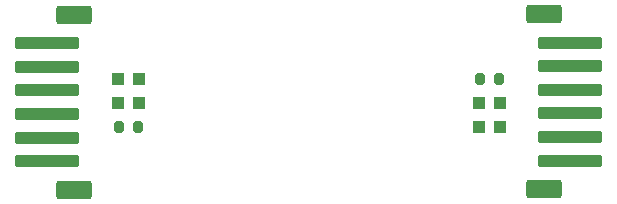
<source format=gtp>
%TF.GenerationSoftware,KiCad,Pcbnew,(6.0.0-0)*%
%TF.CreationDate,2022-03-27T14:29:03+08:00*%
%TF.ProjectId,driver,64726976-6572-42e6-9b69-6361645f7063,rev?*%
%TF.SameCoordinates,Original*%
%TF.FileFunction,Paste,Top*%
%TF.FilePolarity,Positive*%
%FSLAX46Y46*%
G04 Gerber Fmt 4.6, Leading zero omitted, Abs format (unit mm)*
G04 Created by KiCad (PCBNEW (6.0.0-0)) date 2022-03-27 14:29:03*
%MOMM*%
%LPD*%
G01*
G04 APERTURE LIST*
G04 Aperture macros list*
%AMRoundRect*
0 Rectangle with rounded corners*
0 $1 Rounding radius*
0 $2 $3 $4 $5 $6 $7 $8 $9 X,Y pos of 4 corners*
0 Add a 4 corners polygon primitive as box body*
4,1,4,$2,$3,$4,$5,$6,$7,$8,$9,$2,$3,0*
0 Add four circle primitives for the rounded corners*
1,1,$1+$1,$2,$3*
1,1,$1+$1,$4,$5*
1,1,$1+$1,$6,$7*
1,1,$1+$1,$8,$9*
0 Add four rect primitives between the rounded corners*
20,1,$1+$1,$2,$3,$4,$5,0*
20,1,$1+$1,$4,$5,$6,$7,0*
20,1,$1+$1,$6,$7,$8,$9,0*
20,1,$1+$1,$8,$9,$2,$3,0*%
G04 Aperture macros list end*
%ADD10R,0.998220X0.998220*%
%ADD11RoundRect,0.250000X2.500000X-0.250000X2.500000X0.250000X-2.500000X0.250000X-2.500000X-0.250000X0*%
%ADD12RoundRect,0.250000X1.250000X-0.550000X1.250000X0.550000X-1.250000X0.550000X-1.250000X-0.550000X0*%
%ADD13RoundRect,0.200000X0.200000X0.275000X-0.200000X0.275000X-0.200000X-0.275000X0.200000X-0.275000X0*%
%ADD14RoundRect,0.250000X-2.500000X0.250000X-2.500000X-0.250000X2.500000X-0.250000X2.500000X0.250000X0*%
%ADD15RoundRect,0.250000X-1.250000X0.550000X-1.250000X-0.550000X1.250000X-0.550000X1.250000X0.550000X0*%
G04 APERTURE END LIST*
D10*
%TO.C,M2D2*%
X154178000Y-104628200D03*
X152425400Y-104628200D03*
%TD*%
%TO.C,M2D1*%
X152425400Y-102596200D03*
X154178000Y-102596200D03*
%TD*%
%TO.C,M1D1*%
X182956700Y-106660200D03*
X184709300Y-106660200D03*
%TD*%
D11*
%TO.C,M1J1*%
X190700000Y-109495800D03*
X190700000Y-107495800D03*
X190700000Y-105495800D03*
X190700000Y-103495800D03*
X190700000Y-101495800D03*
X190700000Y-99495800D03*
D12*
X188450000Y-97095800D03*
X188450000Y-111895800D03*
%TD*%
D10*
%TO.C,M1D2*%
X184709300Y-104628200D03*
X182956700Y-104628200D03*
%TD*%
D13*
%TO.C,M1R0*%
X184658000Y-102596200D03*
X183008000Y-102596200D03*
%TD*%
%TO.C,M2R0*%
X154126700Y-106660200D03*
X152476700Y-106660200D03*
%TD*%
D14*
%TO.C,M2J1*%
X146396346Y-99557000D03*
X146396346Y-101557000D03*
X146396346Y-103557000D03*
X146396346Y-105557000D03*
X146396346Y-107557000D03*
X146396346Y-109557000D03*
D15*
X148646346Y-111957000D03*
X148646346Y-97157000D03*
%TD*%
M02*

</source>
